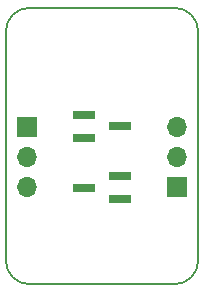
<source format=gbr>
G04 #@! TF.GenerationSoftware,KiCad,Pcbnew,5.1.6-c6e7f7d~86~ubuntu20.04.1*
G04 #@! TF.CreationDate,2020-05-17T01:14:38+03:00*
G04 #@! TF.ProjectId,BRK-SOT-23-3,42524b2d-534f-4542-9d32-332d332e6b69,v1.1*
G04 #@! TF.SameCoordinates,Original*
G04 #@! TF.FileFunction,Soldermask,Top*
G04 #@! TF.FilePolarity,Negative*
%FSLAX46Y46*%
G04 Gerber Fmt 4.6, Leading zero omitted, Abs format (unit mm)*
G04 Created by KiCad (PCBNEW 5.1.6-c6e7f7d~86~ubuntu20.04.1) date 2020-05-17 01:14:38*
%MOMM*%
%LPD*%
G01*
G04 APERTURE LIST*
G04 #@! TA.AperFunction,Profile*
%ADD10C,0.150000*%
G04 #@! TD*
%ADD11O,1.700000X1.700000*%
%ADD12R,1.700000X1.700000*%
%ADD13R,1.900000X0.800000*%
G04 APERTURE END LIST*
D10*
X67300000Y-71400000D02*
G75*
G02*
X65300000Y-73400000I-2000000J0D01*
G01*
X53000000Y-73400000D02*
G75*
G02*
X51000000Y-71400000I0J2000000D01*
G01*
X65300000Y-50000000D02*
G75*
G02*
X67300000Y-52000000I0J-2000000D01*
G01*
X51000000Y-52000000D02*
G75*
G02*
X53000000Y-50000000I2000000J0D01*
G01*
X65300000Y-73400000D02*
X53000000Y-73400000D01*
X67300000Y-52000000D02*
X67300000Y-71400000D01*
X53000000Y-50000000D02*
X65300000Y-50000000D01*
X51000000Y-71400000D02*
X51000000Y-52000000D01*
D11*
X65500000Y-60100000D03*
X65500000Y-62640000D03*
D12*
X65500000Y-65180000D03*
D11*
X52800000Y-65180000D03*
X52800000Y-62640000D03*
D12*
X52800000Y-60100000D03*
D13*
X57650000Y-65230000D03*
X60650000Y-64280000D03*
X60650000Y-66180000D03*
X60650000Y-60050000D03*
X57650000Y-61000000D03*
X57650000Y-59100000D03*
M02*

</source>
